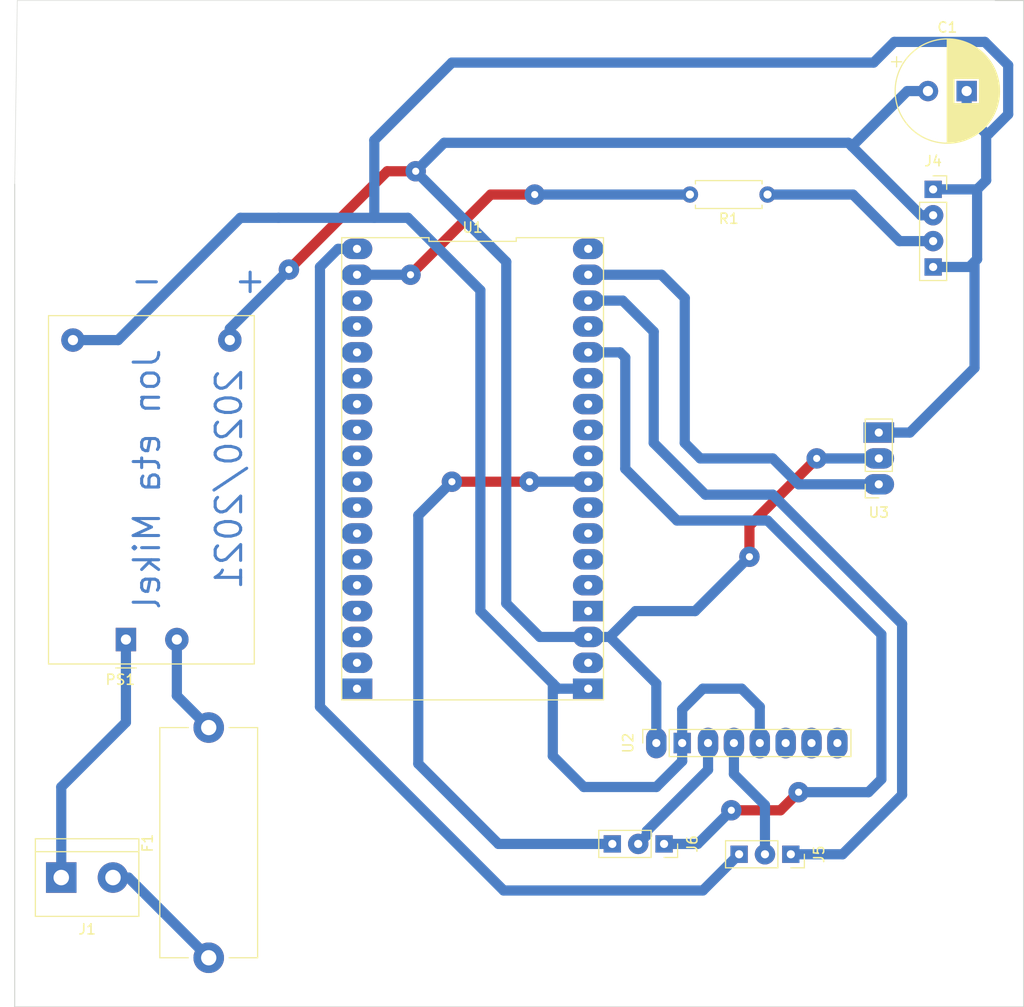
<source format=kicad_pcb>
(kicad_pcb (version 20171130) (host pcbnew "(5.1.6)-1")

  (general
    (thickness 1.6)
    (drawings 9)
    (tracks 140)
    (zones 0)
    (modules 11)
    (nets 46)
  )

  (page A4)
  (layers
    (0 F.Cu signal)
    (31 B.Cu signal)
    (32 B.Adhes user)
    (33 F.Adhes user)
    (34 B.Paste user)
    (35 F.Paste user)
    (36 B.SilkS user)
    (37 F.SilkS user)
    (38 B.Mask user)
    (39 F.Mask user)
    (40 Dwgs.User user)
    (41 Cmts.User user)
    (42 Eco1.User user)
    (43 Eco2.User user)
    (44 Edge.Cuts user)
    (45 Margin user)
    (46 B.CrtYd user)
    (47 F.CrtYd user)
    (48 B.Fab user)
    (49 F.Fab user)
  )

  (setup
    (last_trace_width 1)
    (trace_clearance 0.2)
    (zone_clearance 0.508)
    (zone_45_only no)
    (trace_min 0.2)
    (via_size 0.8)
    (via_drill 0.4)
    (via_min_size 0.4)
    (via_min_drill 0.3)
    (uvia_size 0.3)
    (uvia_drill 0.1)
    (uvias_allowed no)
    (uvia_min_size 0.2)
    (uvia_min_drill 0.1)
    (edge_width 0.05)
    (segment_width 0.2)
    (pcb_text_width 0.3)
    (pcb_text_size 1.5 1.5)
    (mod_edge_width 0.12)
    (mod_text_size 1 1)
    (mod_text_width 0.15)
    (pad_size 2 1.7)
    (pad_drill 0.8)
    (pad_to_mask_clearance 0.05)
    (aux_axis_origin 0 0)
    (visible_elements 7FFFFFFF)
    (pcbplotparams
      (layerselection 0x01000_fffffffe)
      (usegerberextensions false)
      (usegerberattributes true)
      (usegerberadvancedattributes true)
      (creategerberjobfile true)
      (excludeedgelayer true)
      (linewidth 0.100000)
      (plotframeref false)
      (viasonmask false)
      (mode 1)
      (useauxorigin false)
      (hpglpennumber 1)
      (hpglpenspeed 20)
      (hpglpendiameter 15.000000)
      (psnegative false)
      (psa4output false)
      (plotreference true)
      (plotvalue true)
      (plotinvisibletext false)
      (padsonsilk false)
      (subtractmaskfromsilk false)
      (outputformat 1)
      (mirror false)
      (drillshape 0)
      (scaleselection 1)
      (outputdirectory "Kicad_Bukaerako_Erronka_V1/"))
  )

  (net 0 "")
  (net 1 "Net-(U2-Pad8)")
  (net 2 GND)
  (net 3 3V3)
  (net 4 "Net-(U2-Pad7)")
  (net 5 "Net-(U2-Pad6)")
  (net 6 "Net-(U1-Pad17)")
  (net 7 "Net-(U1-Pad20)")
  (net 8 "Net-(U1-Pad15)")
  (net 9 "Net-(U1-Pad22)")
  (net 10 "Net-(U1-Pad14)")
  (net 11 "Net-(U1-Pad23)")
  (net 12 "Net-(U1-Pad13)")
  (net 13 "Net-(U1-Pad24)")
  (net 14 "Net-(U1-Pad12)")
  (net 15 "Net-(U1-Pad25)")
  (net 16 "Net-(U1-Pad11)")
  (net 17 "Net-(U1-Pad26)")
  (net 18 "Net-(U1-Pad9)")
  (net 19 "Net-(U1-Pad28)")
  (net 20 "Net-(U1-Pad8)")
  (net 21 "Net-(U1-Pad29)")
  (net 22 "Net-(U1-Pad7)")
  (net 23 "Net-(U1-Pad30)")
  (net 24 "Net-(U1-Pad6)")
  (net 25 "Net-(U1-Pad31)")
  (net 26 "Net-(U1-Pad5)")
  (net 27 "Net-(U1-Pad4)")
  (net 28 "Net-(U1-Pad33)")
  (net 29 "Net-(U1-Pad3)")
  (net 30 "Net-(U1-Pad36)")
  (net 31 "Net-(U1-Pad18)")
  (net 32 "Net-(U1-Pad16)")
  (net 33 "Net-(J1-Pad2)")
  (net 34 4)
  (net 35 15)
  (net 36 22)
  (net 37 21)
  (net 38 17)
  (net 39 "Net-(J4-Pad3)")
  (net 40 SDA)
  (net 41 SCL)
  (net 42 "Net-(F1-Pad2)")
  (net 43 "Net-(F1-Pad1)")
  (net 44 "Net-(U1-Pad10)")
  (net 45 13)

  (net_class Default "This is the default net class."
    (clearance 0.2)
    (trace_width 1)
    (via_dia 0.8)
    (via_drill 0.4)
    (uvia_dia 0.3)
    (uvia_drill 0.1)
    (add_net 13)
    (add_net 15)
    (add_net 17)
    (add_net 21)
    (add_net 22)
    (add_net 3V3)
    (add_net 4)
    (add_net GND)
    (add_net "Net-(F1-Pad1)")
    (add_net "Net-(F1-Pad2)")
    (add_net "Net-(J1-Pad2)")
    (add_net "Net-(J4-Pad3)")
    (add_net "Net-(U1-Pad10)")
    (add_net "Net-(U1-Pad11)")
    (add_net "Net-(U1-Pad12)")
    (add_net "Net-(U1-Pad13)")
    (add_net "Net-(U1-Pad14)")
    (add_net "Net-(U1-Pad15)")
    (add_net "Net-(U1-Pad16)")
    (add_net "Net-(U1-Pad17)")
    (add_net "Net-(U1-Pad18)")
    (add_net "Net-(U1-Pad20)")
    (add_net "Net-(U1-Pad22)")
    (add_net "Net-(U1-Pad23)")
    (add_net "Net-(U1-Pad24)")
    (add_net "Net-(U1-Pad25)")
    (add_net "Net-(U1-Pad26)")
    (add_net "Net-(U1-Pad28)")
    (add_net "Net-(U1-Pad29)")
    (add_net "Net-(U1-Pad3)")
    (add_net "Net-(U1-Pad30)")
    (add_net "Net-(U1-Pad31)")
    (add_net "Net-(U1-Pad33)")
    (add_net "Net-(U1-Pad36)")
    (add_net "Net-(U1-Pad4)")
    (add_net "Net-(U1-Pad5)")
    (add_net "Net-(U1-Pad6)")
    (add_net "Net-(U1-Pad7)")
    (add_net "Net-(U1-Pad8)")
    (add_net "Net-(U1-Pad9)")
    (add_net "Net-(U2-Pad6)")
    (add_net "Net-(U2-Pad7)")
    (add_net "Net-(U2-Pad8)")
    (add_net SCL)
    (add_net SDA)
  )

  (module Converter_ACDC:Converter_ACDC_HiLink_HLK-PMxx (layer F.Cu) (tedit 5C1AC1CD) (tstamp 603D29D9)
    (at 115.062 108.712 90)
    (descr "ACDC-Converter, 3W, HiLink, HLK-PMxx, THT, http://www.hlktech.net/product_detail.php?ProId=54")
    (tags "ACDC-Converter 3W THT HiLink board mount module")
    (path /6042DD28)
    (fp_text reference PS1 (at -3.94 -0.55) (layer F.SilkS)
      (effects (font (size 1 1) (thickness 0.15)))
    )
    (fp_text value HLK-PM03 (at 15.79 13.85 90) (layer F.Fab)
      (effects (font (size 1 1) (thickness 0.15)))
    )
    (fp_line (start -2.3 12.5) (end 31.7 12.5) (layer F.Fab) (width 0.1))
    (fp_line (start 31.7 12.5) (end 31.7 -7.5) (layer F.Fab) (width 0.1))
    (fp_line (start -2.3 12.5) (end -2.3 0.99) (layer F.Fab) (width 0.1))
    (fp_line (start -2.3 -7.5) (end 31.7 -7.5) (layer F.Fab) (width 0.1))
    (fp_line (start -1.29 0) (end -2.29 1) (layer F.Fab) (width 0.1))
    (fp_line (start -2.29 -1) (end -1.29 0) (layer F.Fab) (width 0.1))
    (fp_line (start -2.3 -1) (end -2.3 -7.5) (layer F.Fab) (width 0.1))
    (fp_line (start -2.55 12.75) (end 31.95 12.75) (layer F.CrtYd) (width 0.05))
    (fp_line (start 31.95 12.75) (end 31.95 -7.75) (layer F.CrtYd) (width 0.05))
    (fp_line (start 31.95 -7.75) (end -2.55 -7.75) (layer F.CrtYd) (width 0.05))
    (fp_line (start -2.55 -7.75) (end -2.55 12.75) (layer F.CrtYd) (width 0.05))
    (fp_line (start -2.4 -7.6) (end -2.4 12.6) (layer F.SilkS) (width 0.12))
    (fp_line (start -2.4 12.6) (end 31.8 12.6) (layer F.SilkS) (width 0.12))
    (fp_line (start 31.8 12.6) (end 31.8 -7.6) (layer F.SilkS) (width 0.12))
    (fp_line (start 31.8 -7.6) (end -2.4 -7.6) (layer F.SilkS) (width 0.12))
    (fp_line (start -2.79 -1) (end -2.79 1.01) (layer F.SilkS) (width 0.12))
    (fp_text user %R (at 14.68 1.17 90) (layer F.Fab)
      (effects (font (size 1 1) (thickness 0.15)))
    )
    (pad 4 thru_hole circle (at 29.4 10.2 90) (size 2.3 2.3) (drill 1) (layers *.Cu *.Mask)
      (net 3 3V3))
    (pad 2 thru_hole circle (at 0 5 90) (size 2.3 2.3) (drill 1) (layers *.Cu *.Mask)
      (net 42 "Net-(F1-Pad2)"))
    (pad 1 thru_hole rect (at 0 0 90) (size 2.3 2) (drill 1) (layers *.Cu *.Mask)
      (net 33 "Net-(J1-Pad2)"))
    (pad 3 thru_hole circle (at 29.4 -5.2 90) (size 2.3 2.3) (drill 1) (layers *.Cu *.Mask)
      (net 2 GND))
    (model ${KISYS3DMOD}/Converter_ACDC.3dshapes/Converter_ACDC_HiLink_HLK-PMxx.wrl
      (at (xyz 0 0 0))
      (scale (xyz 1 1 1))
      (rotate (xyz 0 0 0))
    )
  )

  (module Fuse:Fuseholder_Cylinder-5x20mm_Stelvio-Kontek_PTF78_Horizontal_Open (layer F.Cu) (tedit 5B7EAE13) (tstamp 603D2912)
    (at 123.19 139.954 90)
    (descr https://www.tme.eu/en/Document/3b48dbe2b9714a62652c97b08fcd464b/PTF78.pdf)
    (tags "Fuseholder horizontal open 5x20 Stelvio-Kontek PTF/78")
    (path /60439041)
    (fp_text reference F1 (at 11.25 -6 90) (layer F.SilkS)
      (effects (font (size 1 1) (thickness 0.15)))
    )
    (fp_text value Fuse (at 13 6 90) (layer F.Fab)
      (effects (font (size 1 1) (thickness 0.15)))
    )
    (fp_line (start 0.1 -4.7) (end 0.1 4.7) (layer F.Fab) (width 0.1))
    (fp_line (start 0.1 4.7) (end 22.5 4.7) (layer F.Fab) (width 0.1))
    (fp_line (start 22.5 4.7) (end 22.5 -4.7) (layer F.Fab) (width 0.1))
    (fp_line (start 22.5 -4.7) (end 0.1 -4.7) (layer F.Fab) (width 0.1))
    (fp_line (start -0.15 4.95) (end -0.15 1.85) (layer F.CrtYd) (width 0.05))
    (fp_line (start 22.6 4.8) (end 22.6 2) (layer F.SilkS) (width 0.12))
    (fp_line (start 22.6 -2) (end 22.6 -4.8) (layer F.SilkS) (width 0.12))
    (fp_line (start 0 -2) (end 0 -4.8) (layer F.SilkS) (width 0.12))
    (fp_line (start 0 -4.8) (end 22.6 -4.8) (layer F.SilkS) (width 0.12))
    (fp_line (start 22.75 4.95) (end -0.15 4.95) (layer F.CrtYd) (width 0.05))
    (fp_line (start -0.15 -4.95) (end 22.75 -4.95) (layer F.CrtYd) (width 0.05))
    (fp_line (start 0 4.8) (end 22.6 4.8) (layer F.SilkS) (width 0.12))
    (fp_line (start -0.15 -1.85) (end -0.15 -4.95) (layer F.CrtYd) (width 0.05))
    (fp_line (start 22.75 -1.85) (end 22.75 -4.95) (layer F.CrtYd) (width 0.05))
    (fp_line (start 22.75 1.85) (end 22.75 4.95) (layer F.CrtYd) (width 0.05))
    (fp_line (start 0 4.8) (end 0 2) (layer F.SilkS) (width 0.12))
    (fp_line (start 22.75 -1.85) (end 23 -1.85) (layer F.CrtYd) (width 0.05))
    (fp_line (start 24.45 0.45) (end 24.45 -0.45) (layer F.CrtYd) (width 0.05))
    (fp_line (start 24.45 -0.45) (end 24.05 -1.25) (layer F.CrtYd) (width 0.05))
    (fp_line (start 24.05 -1.25) (end 23.35 -1.75) (layer F.CrtYd) (width 0.05))
    (fp_line (start 23.35 -1.75) (end 23 -1.85) (layer F.CrtYd) (width 0.05))
    (fp_line (start 22.75 1.85) (end 23 1.85) (layer F.CrtYd) (width 0.05))
    (fp_line (start 23 1.85) (end 23.35 1.75) (layer F.CrtYd) (width 0.05))
    (fp_line (start 23.35 1.75) (end 24.05 1.25) (layer F.CrtYd) (width 0.05))
    (fp_line (start 24.05 1.25) (end 24.45 0.45) (layer F.CrtYd) (width 0.05))
    (fp_line (start -0.15 -1.85) (end -0.4 -1.85) (layer F.CrtYd) (width 0.05))
    (fp_line (start -0.4 -1.85) (end -0.75 -1.75) (layer F.CrtYd) (width 0.05))
    (fp_line (start -0.75 -1.75) (end -1.45 -1.25) (layer F.CrtYd) (width 0.05))
    (fp_line (start -1.85 -0.45) (end -1.85 0.45) (layer F.CrtYd) (width 0.05))
    (fp_line (start -1.45 1.25) (end -0.75 1.75) (layer F.CrtYd) (width 0.05))
    (fp_line (start -0.75 1.75) (end -0.4 1.85) (layer F.CrtYd) (width 0.05))
    (fp_line (start -0.4 1.85) (end -0.15 1.85) (layer F.CrtYd) (width 0.05))
    (fp_line (start -1.45 1.25) (end -1.85 0.45) (layer F.CrtYd) (width 0.05))
    (fp_line (start -1.85 -0.45) (end -1.45 -1.25) (layer F.CrtYd) (width 0.05))
    (fp_text user %R (at 11.25 4 90) (layer F.Fab)
      (effects (font (size 1 1) (thickness 0.15)))
    )
    (pad 2 thru_hole circle (at 22.6 0 90) (size 3 3) (drill 1.5) (layers *.Cu *.Mask)
      (net 42 "Net-(F1-Pad2)"))
    (pad 1 thru_hole circle (at 0 0 90) (size 3 3) (drill 1.5) (layers *.Cu *.Mask)
      (net 43 "Net-(F1-Pad1)"))
    (model ${KISYS3DMOD}/Fuse.3dshapes/Fuseholder_Cylinder-5x20mm_Stelvio-Kontek_PTF78_Horizontal_Open.wrl
      (at (xyz 0 0 0))
      (scale (xyz 1 1 1))
      (rotate (xyz 0 0 0))
    )
  )

  (module Connector_PinSocket_2.54mm:PinSocket_1x03_P2.54mm_Vertical (layer F.Cu) (tedit 5A19A429) (tstamp 603D1A5D)
    (at 167.894 128.778 270)
    (descr "Through hole straight socket strip, 1x03, 2.54mm pitch, single row (from Kicad 4.0.7), script generated")
    (tags "Through hole socket strip THT 1x03 2.54mm single row")
    (path /60402789)
    (fp_text reference J6 (at 0 -2.77 90) (layer F.SilkS)
      (effects (font (size 1 1) (thickness 0.15)))
    )
    (fp_text value Connector_Generic_Conn_01x03 (at 0 7.85 90) (layer F.Fab)
      (effects (font (size 1 1) (thickness 0.15)))
    )
    (fp_line (start -1.27 -1.27) (end 0.635 -1.27) (layer F.Fab) (width 0.1))
    (fp_line (start 0.635 -1.27) (end 1.27 -0.635) (layer F.Fab) (width 0.1))
    (fp_line (start 1.27 -0.635) (end 1.27 6.35) (layer F.Fab) (width 0.1))
    (fp_line (start 1.27 6.35) (end -1.27 6.35) (layer F.Fab) (width 0.1))
    (fp_line (start -1.27 6.35) (end -1.27 -1.27) (layer F.Fab) (width 0.1))
    (fp_line (start -1.33 1.27) (end 1.33 1.27) (layer F.SilkS) (width 0.12))
    (fp_line (start -1.33 1.27) (end -1.33 6.41) (layer F.SilkS) (width 0.12))
    (fp_line (start -1.33 6.41) (end 1.33 6.41) (layer F.SilkS) (width 0.12))
    (fp_line (start 1.33 1.27) (end 1.33 6.41) (layer F.SilkS) (width 0.12))
    (fp_line (start 1.33 -1.33) (end 1.33 0) (layer F.SilkS) (width 0.12))
    (fp_line (start 0 -1.33) (end 1.33 -1.33) (layer F.SilkS) (width 0.12))
    (fp_line (start -1.8 -1.8) (end 1.75 -1.8) (layer F.CrtYd) (width 0.05))
    (fp_line (start 1.75 -1.8) (end 1.75 6.85) (layer F.CrtYd) (width 0.05))
    (fp_line (start 1.75 6.85) (end -1.8 6.85) (layer F.CrtYd) (width 0.05))
    (fp_line (start -1.8 6.85) (end -1.8 -1.8) (layer F.CrtYd) (width 0.05))
    (fp_text user %R (at 0 2.54) (layer F.Fab)
      (effects (font (size 1 1) (thickness 0.15)))
    )
    (pad 3 thru_hole rect (at 0 5.08 270) (size 1.7 1.7) (drill 0.8) (layers *.Cu *.Mask)
      (net 36 22))
    (pad 2 thru_hole oval (at 0 2.54 270) (size 2 2) (drill 0.8) (layers *.Cu *.Mask)
      (net 41 SCL))
    (pad 1 thru_hole rect (at 0 0 270) (size 1.7 1.7) (drill 0.8) (layers *.Cu *.Mask)
      (net 35 15))
    (model ${KISYS3DMOD}/Connector_PinSocket_2.54mm.3dshapes/PinSocket_1x03_P2.54mm_Vertical.wrl
      (at (xyz 0 0 0))
      (scale (xyz 1 1 1))
      (rotate (xyz 0 0 0))
    )
  )

  (module Capacitor_THT:CP_Radial_D10.0mm_P3.80mm (layer F.Cu) (tedit 603CD496) (tstamp 603D0F56)
    (at 193.802 54.864)
    (descr "CP, Radial series, Radial, pin pitch=3.80mm, , diameter=10mm, Electrolytic Capacitor")
    (tags "CP Radial series Radial pin pitch 3.80mm  diameter 10mm Electrolytic Capacitor")
    (path /603ECDA2)
    (fp_text reference C1 (at 1.9 -6.25) (layer F.SilkS)
      (effects (font (size 1 1) (thickness 0.15)))
    )
    (fp_text value CP (at 1.9 6.25) (layer F.Fab)
      (effects (font (size 1 1) (thickness 0.15)))
    )
    (fp_circle (center 1.9 0) (end 6.9 0) (layer F.Fab) (width 0.1))
    (fp_circle (center 1.9 0) (end 7.02 0) (layer F.SilkS) (width 0.12))
    (fp_circle (center 1.9 0) (end 7.15 0) (layer F.CrtYd) (width 0.05))
    (fp_line (start -2.388861 -2.1875) (end -1.388861 -2.1875) (layer F.Fab) (width 0.1))
    (fp_line (start -1.888861 -2.6875) (end -1.888861 -1.6875) (layer F.Fab) (width 0.1))
    (fp_line (start 1.9 -5.08) (end 1.9 5.08) (layer F.SilkS) (width 0.12))
    (fp_line (start 1.94 -5.08) (end 1.94 5.08) (layer F.SilkS) (width 0.12))
    (fp_line (start 1.98 -5.08) (end 1.98 5.08) (layer F.SilkS) (width 0.12))
    (fp_line (start 2.02 -5.079) (end 2.02 5.079) (layer F.SilkS) (width 0.12))
    (fp_line (start 2.06 -5.078) (end 2.06 5.078) (layer F.SilkS) (width 0.12))
    (fp_line (start 2.1 -5.077) (end 2.1 5.077) (layer F.SilkS) (width 0.12))
    (fp_line (start 2.14 -5.075) (end 2.14 5.075) (layer F.SilkS) (width 0.12))
    (fp_line (start 2.18 -5.073) (end 2.18 5.073) (layer F.SilkS) (width 0.12))
    (fp_line (start 2.22 -5.07) (end 2.22 5.07) (layer F.SilkS) (width 0.12))
    (fp_line (start 2.26 -5.068) (end 2.26 5.068) (layer F.SilkS) (width 0.12))
    (fp_line (start 2.3 -5.065) (end 2.3 5.065) (layer F.SilkS) (width 0.12))
    (fp_line (start 2.34 -5.062) (end 2.34 5.062) (layer F.SilkS) (width 0.12))
    (fp_line (start 2.38 -5.058) (end 2.38 5.058) (layer F.SilkS) (width 0.12))
    (fp_line (start 2.42 -5.054) (end 2.42 5.054) (layer F.SilkS) (width 0.12))
    (fp_line (start 2.46 -5.05) (end 2.46 5.05) (layer F.SilkS) (width 0.12))
    (fp_line (start 2.5 -5.045) (end 2.5 5.045) (layer F.SilkS) (width 0.12))
    (fp_line (start 2.54 -5.04) (end 2.54 5.04) (layer F.SilkS) (width 0.12))
    (fp_line (start 2.58 -5.035) (end 2.58 -1.241) (layer F.SilkS) (width 0.12))
    (fp_line (start 2.58 1.241) (end 2.58 5.035) (layer F.SilkS) (width 0.12))
    (fp_line (start 2.621 -5.03) (end 2.621 -1.241) (layer F.SilkS) (width 0.12))
    (fp_line (start 2.621 1.241) (end 2.621 5.03) (layer F.SilkS) (width 0.12))
    (fp_line (start 2.661 -5.024) (end 2.661 -1.241) (layer F.SilkS) (width 0.12))
    (fp_line (start 2.661 1.241) (end 2.661 5.024) (layer F.SilkS) (width 0.12))
    (fp_line (start 2.701 -5.018) (end 2.701 -1.241) (layer F.SilkS) (width 0.12))
    (fp_line (start 2.701 1.241) (end 2.701 5.018) (layer F.SilkS) (width 0.12))
    (fp_line (start 2.741 -5.011) (end 2.741 -1.241) (layer F.SilkS) (width 0.12))
    (fp_line (start 2.741 1.241) (end 2.741 5.011) (layer F.SilkS) (width 0.12))
    (fp_line (start 2.781 -5.004) (end 2.781 -1.241) (layer F.SilkS) (width 0.12))
    (fp_line (start 2.781 1.241) (end 2.781 5.004) (layer F.SilkS) (width 0.12))
    (fp_line (start 2.821 -4.997) (end 2.821 -1.241) (layer F.SilkS) (width 0.12))
    (fp_line (start 2.821 1.241) (end 2.821 4.997) (layer F.SilkS) (width 0.12))
    (fp_line (start 2.861 -4.99) (end 2.861 -1.241) (layer F.SilkS) (width 0.12))
    (fp_line (start 2.861 1.241) (end 2.861 4.99) (layer F.SilkS) (width 0.12))
    (fp_line (start 2.901 -4.982) (end 2.901 -1.241) (layer F.SilkS) (width 0.12))
    (fp_line (start 2.901 1.241) (end 2.901 4.982) (layer F.SilkS) (width 0.12))
    (fp_line (start 2.941 -4.974) (end 2.941 -1.241) (layer F.SilkS) (width 0.12))
    (fp_line (start 2.941 1.241) (end 2.941 4.974) (layer F.SilkS) (width 0.12))
    (fp_line (start 2.981 -4.965) (end 2.981 -1.241) (layer F.SilkS) (width 0.12))
    (fp_line (start 2.981 1.241) (end 2.981 4.965) (layer F.SilkS) (width 0.12))
    (fp_line (start 3.021 -4.956) (end 3.021 -1.241) (layer F.SilkS) (width 0.12))
    (fp_line (start 3.021 1.241) (end 3.021 4.956) (layer F.SilkS) (width 0.12))
    (fp_line (start 3.061 -4.947) (end 3.061 -1.241) (layer F.SilkS) (width 0.12))
    (fp_line (start 3.061 1.241) (end 3.061 4.947) (layer F.SilkS) (width 0.12))
    (fp_line (start 3.101 -4.938) (end 3.101 -1.241) (layer F.SilkS) (width 0.12))
    (fp_line (start 3.101 1.241) (end 3.101 4.938) (layer F.SilkS) (width 0.12))
    (fp_line (start 3.141 -4.928) (end 3.141 -1.241) (layer F.SilkS) (width 0.12))
    (fp_line (start 3.141 1.241) (end 3.141 4.928) (layer F.SilkS) (width 0.12))
    (fp_line (start 3.181 -4.918) (end 3.181 -1.241) (layer F.SilkS) (width 0.12))
    (fp_line (start 3.181 1.241) (end 3.181 4.918) (layer F.SilkS) (width 0.12))
    (fp_line (start 3.221 -4.907) (end 3.221 -1.241) (layer F.SilkS) (width 0.12))
    (fp_line (start 3.221 1.241) (end 3.221 4.907) (layer F.SilkS) (width 0.12))
    (fp_line (start 3.261 -4.897) (end 3.261 -1.241) (layer F.SilkS) (width 0.12))
    (fp_line (start 3.261 1.241) (end 3.261 4.897) (layer F.SilkS) (width 0.12))
    (fp_line (start 3.301 -4.885) (end 3.301 -1.241) (layer F.SilkS) (width 0.12))
    (fp_line (start 3.301 1.241) (end 3.301 4.885) (layer F.SilkS) (width 0.12))
    (fp_line (start 3.341 -4.874) (end 3.341 -1.241) (layer F.SilkS) (width 0.12))
    (fp_line (start 3.341 1.241) (end 3.341 4.874) (layer F.SilkS) (width 0.12))
    (fp_line (start 3.381 -4.862) (end 3.381 -1.241) (layer F.SilkS) (width 0.12))
    (fp_line (start 3.381 1.241) (end 3.381 4.862) (layer F.SilkS) (width 0.12))
    (fp_line (start 3.421 -4.85) (end 3.421 -1.241) (layer F.SilkS) (width 0.12))
    (fp_line (start 3.421 1.241) (end 3.421 4.85) (layer F.SilkS) (width 0.12))
    (fp_line (start 3.461 -4.837) (end 3.461 -1.241) (layer F.SilkS) (width 0.12))
    (fp_line (start 3.461 1.241) (end 3.461 4.837) (layer F.SilkS) (width 0.12))
    (fp_line (start 3.501 -4.824) (end 3.501 -1.241) (layer F.SilkS) (width 0.12))
    (fp_line (start 3.501 1.241) (end 3.501 4.824) (layer F.SilkS) (width 0.12))
    (fp_line (start 3.541 -4.811) (end 3.541 -1.241) (layer F.SilkS) (width 0.12))
    (fp_line (start 3.541 1.241) (end 3.541 4.811) (layer F.SilkS) (width 0.12))
    (fp_line (start 3.581 -4.797) (end 3.581 -1.241) (layer F.SilkS) (width 0.12))
    (fp_line (start 3.581 1.241) (end 3.581 4.797) (layer F.SilkS) (width 0.12))
    (fp_line (start 3.621 -4.783) (end 3.621 -1.241) (layer F.SilkS) (width 0.12))
    (fp_line (start 3.621 1.241) (end 3.621 4.783) (layer F.SilkS) (width 0.12))
    (fp_line (start 3.661 -4.768) (end 3.661 -1.241) (layer F.SilkS) (width 0.12))
    (fp_line (start 3.661 1.241) (end 3.661 4.768) (layer F.SilkS) (width 0.12))
    (fp_line (start 3.701 -4.754) (end 3.701 -1.241) (layer F.SilkS) (width 0.12))
    (fp_line (start 3.701 1.241) (end 3.701 4.754) (layer F.SilkS) (width 0.12))
    (fp_line (start 3.741 -4.738) (end 3.741 -1.241) (layer F.SilkS) (width 0.12))
    (fp_line (start 3.741 1.241) (end 3.741 4.738) (layer F.SilkS) (width 0.12))
    (fp_line (start 3.781 -4.723) (end 3.781 -1.241) (layer F.SilkS) (width 0.12))
    (fp_line (start 3.781 1.241) (end 3.781 4.723) (layer F.SilkS) (width 0.12))
    (fp_line (start 3.821 -4.707) (end 3.821 -1.241) (layer F.SilkS) (width 0.12))
    (fp_line (start 3.821 1.241) (end 3.821 4.707) (layer F.SilkS) (width 0.12))
    (fp_line (start 3.861 -4.69) (end 3.861 -1.241) (layer F.SilkS) (width 0.12))
    (fp_line (start 3.861 1.241) (end 3.861 4.69) (layer F.SilkS) (width 0.12))
    (fp_line (start 3.901 -4.674) (end 3.901 -1.241) (layer F.SilkS) (width 0.12))
    (fp_line (start 3.901 1.241) (end 3.901 4.674) (layer F.SilkS) (width 0.12))
    (fp_line (start 3.941 -4.657) (end 3.941 -1.241) (layer F.SilkS) (width 0.12))
    (fp_line (start 3.941 1.241) (end 3.941 4.657) (layer F.SilkS) (width 0.12))
    (fp_line (start 3.981 -4.639) (end 3.981 -1.241) (layer F.SilkS) (width 0.12))
    (fp_line (start 3.981 1.241) (end 3.981 4.639) (layer F.SilkS) (width 0.12))
    (fp_line (start 4.021 -4.621) (end 4.021 -1.241) (layer F.SilkS) (width 0.12))
    (fp_line (start 4.021 1.241) (end 4.021 4.621) (layer F.SilkS) (width 0.12))
    (fp_line (start 4.061 -4.603) (end 4.061 -1.241) (layer F.SilkS) (width 0.12))
    (fp_line (start 4.061 1.241) (end 4.061 4.603) (layer F.SilkS) (width 0.12))
    (fp_line (start 4.101 -4.584) (end 4.101 -1.241) (layer F.SilkS) (width 0.12))
    (fp_line (start 4.101 1.241) (end 4.101 4.584) (layer F.SilkS) (width 0.12))
    (fp_line (start 4.141 -4.564) (end 4.141 -1.241) (layer F.SilkS) (width 0.12))
    (fp_line (start 4.141 1.241) (end 4.141 4.564) (layer F.SilkS) (width 0.12))
    (fp_line (start 4.181 -4.545) (end 4.181 -1.241) (layer F.SilkS) (width 0.12))
    (fp_line (start 4.181 1.241) (end 4.181 4.545) (layer F.SilkS) (width 0.12))
    (fp_line (start 4.221 -4.525) (end 4.221 -1.241) (layer F.SilkS) (width 0.12))
    (fp_line (start 4.221 1.241) (end 4.221 4.525) (layer F.SilkS) (width 0.12))
    (fp_line (start 4.261 -4.504) (end 4.261 -1.241) (layer F.SilkS) (width 0.12))
    (fp_line (start 4.261 1.241) (end 4.261 4.504) (layer F.SilkS) (width 0.12))
    (fp_line (start 4.301 -4.483) (end 4.301 -1.241) (layer F.SilkS) (width 0.12))
    (fp_line (start 4.301 1.241) (end 4.301 4.483) (layer F.SilkS) (width 0.12))
    (fp_line (start 4.341 -4.462) (end 4.341 -1.241) (layer F.SilkS) (width 0.12))
    (fp_line (start 4.341 1.241) (end 4.341 4.462) (layer F.SilkS) (width 0.12))
    (fp_line (start 4.381 -4.44) (end 4.381 -1.241) (layer F.SilkS) (width 0.12))
    (fp_line (start 4.381 1.241) (end 4.381 4.44) (layer F.SilkS) (width 0.12))
    (fp_line (start 4.421 -4.417) (end 4.421 -1.241) (layer F.SilkS) (width 0.12))
    (fp_line (start 4.421 1.241) (end 4.421 4.417) (layer F.SilkS) (width 0.12))
    (fp_line (start 4.461 -4.395) (end 4.461 -1.241) (layer F.SilkS) (width 0.12))
    (fp_line (start 4.461 1.241) (end 4.461 4.395) (layer F.SilkS) (width 0.12))
    (fp_line (start 4.501 -4.371) (end 4.501 -1.241) (layer F.SilkS) (width 0.12))
    (fp_line (start 4.501 1.241) (end 4.501 4.371) (layer F.SilkS) (width 0.12))
    (fp_line (start 4.541 -4.347) (end 4.541 -1.241) (layer F.SilkS) (width 0.12))
    (fp_line (start 4.541 1.241) (end 4.541 4.347) (layer F.SilkS) (width 0.12))
    (fp_line (start 4.581 -4.323) (end 4.581 -1.241) (layer F.SilkS) (width 0.12))
    (fp_line (start 4.581 1.241) (end 4.581 4.323) (layer F.SilkS) (width 0.12))
    (fp_line (start 4.621 -4.298) (end 4.621 -1.241) (layer F.SilkS) (width 0.12))
    (fp_line (start 4.621 1.241) (end 4.621 4.298) (layer F.SilkS) (width 0.12))
    (fp_line (start 4.661 -4.273) (end 4.661 -1.241) (layer F.SilkS) (width 0.12))
    (fp_line (start 4.661 1.241) (end 4.661 4.273) (layer F.SilkS) (width 0.12))
    (fp_line (start 4.701 -4.247) (end 4.701 -1.241) (layer F.SilkS) (width 0.12))
    (fp_line (start 4.701 1.241) (end 4.701 4.247) (layer F.SilkS) (width 0.12))
    (fp_line (start 4.741 -4.221) (end 4.741 -1.241) (layer F.SilkS) (width 0.12))
    (fp_line (start 4.741 1.241) (end 4.741 4.221) (layer F.SilkS) (width 0.12))
    (fp_line (start 4.781 -4.194) (end 4.781 -1.241) (layer F.SilkS) (width 0.12))
    (fp_line (start 4.781 1.241) (end 4.781 4.194) (layer F.SilkS) (width 0.12))
    (fp_line (start 4.821 -4.166) (end 4.821 -1.241) (layer F.SilkS) (width 0.12))
    (fp_line (start 4.821 1.241) (end 4.821 4.166) (layer F.SilkS) (width 0.12))
    (fp_line (start 4.861 -4.138) (end 4.861 -1.241) (layer F.SilkS) (width 0.12))
    (fp_line (start 4.861 1.241) (end 4.861 4.138) (layer F.SilkS) (width 0.12))
    (fp_line (start 4.901 -4.11) (end 4.901 -1.241) (layer F.SilkS) (width 0.12))
    (fp_line (start 4.901 1.241) (end 4.901 4.11) (layer F.SilkS) (width 0.12))
    (fp_line (start 4.941 -4.08) (end 4.941 -1.241) (layer F.SilkS) (width 0.12))
    (fp_line (start 4.941 1.241) (end 4.941 4.08) (layer F.SilkS) (width 0.12))
    (fp_line (start 4.981 -4.05) (end 4.981 -1.241) (layer F.SilkS) (width 0.12))
    (fp_line (start 4.981 1.241) (end 4.981 4.05) (layer F.SilkS) (width 0.12))
    (fp_line (start 5.021 -4.02) (end 5.021 -1.241) (layer F.SilkS) (width 0.12))
    (fp_line (start 5.021 1.241) (end 5.021 4.02) (layer F.SilkS) (width 0.12))
    (fp_line (start 5.061 -3.989) (end 5.061 3.989) (layer F.SilkS) (width 0.12))
    (fp_line (start 5.101 -3.957) (end 5.101 3.957) (layer F.SilkS) (width 0.12))
    (fp_line (start 5.141 -3.925) (end 5.141 3.925) (layer F.SilkS) (width 0.12))
    (fp_line (start 5.181 -3.892) (end 5.181 3.892) (layer F.SilkS) (width 0.12))
    (fp_line (start 5.221 -3.858) (end 5.221 3.858) (layer F.SilkS) (width 0.12))
    (fp_line (start 5.261 -3.824) (end 5.261 3.824) (layer F.SilkS) (width 0.12))
    (fp_line (start 5.301 -3.789) (end 5.301 3.789) (layer F.SilkS) (width 0.12))
    (fp_line (start 5.341 -3.753) (end 5.341 3.753) (layer F.SilkS) (width 0.12))
    (fp_line (start 5.381 -3.716) (end 5.381 3.716) (layer F.SilkS) (width 0.12))
    (fp_line (start 5.421 -3.679) (end 5.421 3.679) (layer F.SilkS) (width 0.12))
    (fp_line (start 5.461 -3.64) (end 5.461 3.64) (layer F.SilkS) (width 0.12))
    (fp_line (start 5.501 -3.601) (end 5.501 3.601) (layer F.SilkS) (width 0.12))
    (fp_line (start 5.541 -3.561) (end 5.541 3.561) (layer F.SilkS) (width 0.12))
    (fp_line (start 5.581 -3.52) (end 5.581 3.52) (layer F.SilkS) (width 0.12))
    (fp_line (start 5.621 -3.478) (end 5.621 3.478) (layer F.SilkS) (width 0.12))
    (fp_line (start 5.661 -3.436) (end 5.661 3.436) (layer F.SilkS) (width 0.12))
    (fp_line (start 5.701 -3.392) (end 5.701 3.392) (layer F.SilkS) (width 0.12))
    (fp_line (start 5.741 -3.347) (end 5.741 3.347) (layer F.SilkS) (width 0.12))
    (fp_line (start 5.781 -3.301) (end 5.781 3.301) (layer F.SilkS) (width 0.12))
    (fp_line (start 5.821 -3.254) (end 5.821 3.254) (layer F.SilkS) (width 0.12))
    (fp_line (start 5.861 -3.206) (end 5.861 3.206) (layer F.SilkS) (width 0.12))
    (fp_line (start 5.901 -3.156) (end 5.901 3.156) (layer F.SilkS) (width 0.12))
    (fp_line (start 5.941 -3.106) (end 5.941 3.106) (layer F.SilkS) (width 0.12))
    (fp_line (start 5.981 -3.054) (end 5.981 3.054) (layer F.SilkS) (width 0.12))
    (fp_line (start 6.021 -3) (end 6.021 3) (layer F.SilkS) (width 0.12))
    (fp_line (start 6.061 -2.945) (end 6.061 2.945) (layer F.SilkS) (width 0.12))
    (fp_line (start 6.101 -2.889) (end 6.101 2.889) (layer F.SilkS) (width 0.12))
    (fp_line (start 6.141 -2.83) (end 6.141 2.83) (layer F.SilkS) (width 0.12))
    (fp_line (start 6.181 -2.77) (end 6.181 2.77) (layer F.SilkS) (width 0.12))
    (fp_line (start 6.221 -2.709) (end 6.221 2.709) (layer F.SilkS) (width 0.12))
    (fp_line (start 6.261 -2.645) (end 6.261 2.645) (layer F.SilkS) (width 0.12))
    (fp_line (start 6.301 -2.579) (end 6.301 2.579) (layer F.SilkS) (width 0.12))
    (fp_line (start 6.341 -2.51) (end 6.341 2.51) (layer F.SilkS) (width 0.12))
    (fp_line (start 6.381 -2.439) (end 6.381 2.439) (layer F.SilkS) (width 0.12))
    (fp_line (start 6.421 -2.365) (end 6.421 2.365) (layer F.SilkS) (width 0.12))
    (fp_line (start 6.461 -2.289) (end 6.461 2.289) (layer F.SilkS) (width 0.12))
    (fp_line (start 6.501 -2.209) (end 6.501 2.209) (layer F.SilkS) (width 0.12))
    (fp_line (start 6.541 -2.125) (end 6.541 2.125) (layer F.SilkS) (width 0.12))
    (fp_line (start 6.581 -2.037) (end 6.581 2.037) (layer F.SilkS) (width 0.12))
    (fp_line (start 6.621 -1.944) (end 6.621 1.944) (layer F.SilkS) (width 0.12))
    (fp_line (start 6.661 -1.846) (end 6.661 1.846) (layer F.SilkS) (width 0.12))
    (fp_line (start 6.701 -1.742) (end 6.701 1.742) (layer F.SilkS) (width 0.12))
    (fp_line (start 6.741 -1.63) (end 6.741 1.63) (layer F.SilkS) (width 0.12))
    (fp_line (start 6.781 -1.51) (end 6.781 1.51) (layer F.SilkS) (width 0.12))
    (fp_line (start 6.821 -1.378) (end 6.821 1.378) (layer F.SilkS) (width 0.12))
    (fp_line (start 6.861 -1.23) (end 6.861 1.23) (layer F.SilkS) (width 0.12))
    (fp_line (start 6.901 -1.062) (end 6.901 1.062) (layer F.SilkS) (width 0.12))
    (fp_line (start 6.941 -0.862) (end 6.941 0.862) (layer F.SilkS) (width 0.12))
    (fp_line (start 6.981 -0.599) (end 6.981 0.599) (layer F.SilkS) (width 0.12))
    (fp_line (start -3.579646 -2.875) (end -2.579646 -2.875) (layer F.SilkS) (width 0.12))
    (fp_line (start -3.079646 -3.375) (end -3.079646 -2.375) (layer F.SilkS) (width 0.12))
    (fp_text user %R (at 1.9 0) (layer F.Fab)
      (effects (font (size 1 1) (thickness 0.15)))
    )
    (pad 2 thru_hole trapezoid (at 3.8 0) (size 2 2) (drill 1) (layers *.Cu *.Mask)
      (net 2 GND))
    (pad 1 thru_hole oval (at 0 0) (size 2 2) (drill 1) (layers *.Cu *.Mask)
      (net 3 3V3))
    (model ${KISYS3DMOD}/Capacitor_THT.3dshapes/CP_Radial_D10.0mm_P3.80mm.wrl
      (at (xyz 0 0 0))
      (scale (xyz 1 1 1))
      (rotate (xyz 0 0 0))
    )
  )

  (module Connector_PinSocket_2.54mm:PinSocket_1x03_P2.54mm_Vertical (layer F.Cu) (tedit 5A19A429) (tstamp 603D0A99)
    (at 180.34 129.794 270)
    (descr "Through hole straight socket strip, 1x03, 2.54mm pitch, single row (from Kicad 4.0.7), script generated")
    (tags "Through hole socket strip THT 1x03 2.54mm single row")
    (path /60400297)
    (fp_text reference J5 (at 0 -2.77 90) (layer F.SilkS)
      (effects (font (size 1 1) (thickness 0.15)))
    )
    (fp_text value Connector_Generic_Conn_01x03 (at 0 7.85 90) (layer F.Fab)
      (effects (font (size 1 1) (thickness 0.15)))
    )
    (fp_line (start -1.27 -1.27) (end 0.635 -1.27) (layer F.Fab) (width 0.1))
    (fp_line (start 0.635 -1.27) (end 1.27 -0.635) (layer F.Fab) (width 0.1))
    (fp_line (start 1.27 -0.635) (end 1.27 6.35) (layer F.Fab) (width 0.1))
    (fp_line (start 1.27 6.35) (end -1.27 6.35) (layer F.Fab) (width 0.1))
    (fp_line (start -1.27 6.35) (end -1.27 -1.27) (layer F.Fab) (width 0.1))
    (fp_line (start -1.33 1.27) (end 1.33 1.27) (layer F.SilkS) (width 0.12))
    (fp_line (start -1.33 1.27) (end -1.33 6.41) (layer F.SilkS) (width 0.12))
    (fp_line (start -1.33 6.41) (end 1.33 6.41) (layer F.SilkS) (width 0.12))
    (fp_line (start 1.33 1.27) (end 1.33 6.41) (layer F.SilkS) (width 0.12))
    (fp_line (start 1.33 -1.33) (end 1.33 0) (layer F.SilkS) (width 0.12))
    (fp_line (start 0 -1.33) (end 1.33 -1.33) (layer F.SilkS) (width 0.12))
    (fp_line (start -1.8 -1.8) (end 1.75 -1.8) (layer F.CrtYd) (width 0.05))
    (fp_line (start 1.75 -1.8) (end 1.75 6.85) (layer F.CrtYd) (width 0.05))
    (fp_line (start 1.75 6.85) (end -1.8 6.85) (layer F.CrtYd) (width 0.05))
    (fp_line (start -1.8 6.85) (end -1.8 -1.8) (layer F.CrtYd) (width 0.05))
    (fp_text user %R (at 0 2.54) (layer F.Fab)
      (effects (font (size 1 1) (thickness 0.15)))
    )
    (pad 3 thru_hole rect (at 0 5.08 270) (size 1.7 1.7) (drill 0.8) (layers *.Cu *.Mask)
      (net 37 21))
    (pad 2 thru_hole oval (at 0 2.54 270) (size 2 2) (drill 0.8) (layers *.Cu *.Mask)
      (net 40 SDA))
    (pad 1 thru_hole rect (at 0 0 270) (size 1.7 1.7) (drill 0.8) (layers *.Cu *.Mask)
      (net 34 4))
    (model ${KISYS3DMOD}/Connector_PinSocket_2.54mm.3dshapes/PinSocket_1x03_P2.54mm_Vertical.wrl
      (at (xyz 0 0 0))
      (scale (xyz 1 1 1))
      (rotate (xyz 0 0 0))
    )
  )

  (module Resistor_THT:R_Axial_DIN0207_L6.3mm_D2.5mm_P7.62mm_Horizontal (layer F.Cu) (tedit 5AE5139B) (tstamp 603CC691)
    (at 178.054 65.024 180)
    (descr "Resistor, Axial_DIN0207 series, Axial, Horizontal, pin pitch=7.62mm, 0.25W = 1/4W, length*diameter=6.3*2.5mm^2, http://cdn-reichelt.de/documents/datenblatt/B400/1_4W%23YAG.pdf")
    (tags "Resistor Axial_DIN0207 series Axial Horizontal pin pitch 7.62mm 0.25W = 1/4W length 6.3mm diameter 2.5mm")
    (path /603F1ACF)
    (fp_text reference R1 (at 3.81 -2.37) (layer F.SilkS)
      (effects (font (size 1 1) (thickness 0.15)))
    )
    (fp_text value 470 (at 3.81 2.37) (layer F.Fab)
      (effects (font (size 1 1) (thickness 0.15)))
    )
    (fp_line (start 0.66 -1.25) (end 0.66 1.25) (layer F.Fab) (width 0.1))
    (fp_line (start 0.66 1.25) (end 6.96 1.25) (layer F.Fab) (width 0.1))
    (fp_line (start 6.96 1.25) (end 6.96 -1.25) (layer F.Fab) (width 0.1))
    (fp_line (start 6.96 -1.25) (end 0.66 -1.25) (layer F.Fab) (width 0.1))
    (fp_line (start 0 0) (end 0.66 0) (layer F.Fab) (width 0.1))
    (fp_line (start 7.62 0) (end 6.96 0) (layer F.Fab) (width 0.1))
    (fp_line (start 0.54 -1.04) (end 0.54 -1.37) (layer F.SilkS) (width 0.12))
    (fp_line (start 0.54 -1.37) (end 7.08 -1.37) (layer F.SilkS) (width 0.12))
    (fp_line (start 7.08 -1.37) (end 7.08 -1.04) (layer F.SilkS) (width 0.12))
    (fp_line (start 0.54 1.04) (end 0.54 1.37) (layer F.SilkS) (width 0.12))
    (fp_line (start 0.54 1.37) (end 7.08 1.37) (layer F.SilkS) (width 0.12))
    (fp_line (start 7.08 1.37) (end 7.08 1.04) (layer F.SilkS) (width 0.12))
    (fp_line (start -1.05 -1.5) (end -1.05 1.5) (layer F.CrtYd) (width 0.05))
    (fp_line (start -1.05 1.5) (end 8.67 1.5) (layer F.CrtYd) (width 0.05))
    (fp_line (start 8.67 1.5) (end 8.67 -1.5) (layer F.CrtYd) (width 0.05))
    (fp_line (start 8.67 -1.5) (end -1.05 -1.5) (layer F.CrtYd) (width 0.05))
    (fp_text user %R (at 3.81 0) (layer F.Fab)
      (effects (font (size 1 1) (thickness 0.15)))
    )
    (pad 2 thru_hole oval (at 7.62 0 180) (size 1.6 1.6) (drill 0.8) (layers *.Cu *.Mask)
      (net 45 13))
    (pad 1 thru_hole circle (at 0 0 180) (size 1.6 1.6) (drill 0.8) (layers *.Cu *.Mask)
      (net 39 "Net-(J4-Pad3)"))
    (model ${KISYS3DMOD}/Resistor_THT.3dshapes/R_Axial_DIN0207_L6.3mm_D2.5mm_P7.62mm_Horizontal.wrl
      (at (xyz 0 0 0))
      (scale (xyz 1 1 1))
      (rotate (xyz 0 0 0))
    )
  )

  (module Connector_PinSocket_2.54mm:PinSocket_1x04_P2.54mm_Vertical (layer F.Cu) (tedit 603CC71A) (tstamp 603CC67A)
    (at 194.31 64.516)
    (descr "Through hole straight socket strip, 1x04, 2.54mm pitch, single row (from Kicad 4.0.7), script generated")
    (tags "Through hole socket strip THT 1x04 2.54mm single row")
    (path /603CB44B)
    (fp_text reference J4 (at 0 -2.77) (layer F.SilkS)
      (effects (font (size 1 1) (thickness 0.15)))
    )
    (fp_text value "Led Neopixel" (at 0 10.39) (layer F.Fab)
      (effects (font (size 1 1) (thickness 0.15)))
    )
    (fp_line (start -1.8 9.4) (end -1.8 -1.8) (layer F.CrtYd) (width 0.05))
    (fp_line (start 1.75 9.4) (end -1.8 9.4) (layer F.CrtYd) (width 0.05))
    (fp_line (start 1.75 -1.8) (end 1.75 9.4) (layer F.CrtYd) (width 0.05))
    (fp_line (start -1.8 -1.8) (end 1.75 -1.8) (layer F.CrtYd) (width 0.05))
    (fp_line (start 0 -1.33) (end 1.33 -1.33) (layer F.SilkS) (width 0.12))
    (fp_line (start 1.33 -1.33) (end 1.33 0) (layer F.SilkS) (width 0.12))
    (fp_line (start 1.33 1.27) (end 1.33 8.95) (layer F.SilkS) (width 0.12))
    (fp_line (start -1.33 8.95) (end 1.33 8.95) (layer F.SilkS) (width 0.12))
    (fp_line (start -1.33 1.27) (end -1.33 8.95) (layer F.SilkS) (width 0.12))
    (fp_line (start -1.33 1.27) (end 1.33 1.27) (layer F.SilkS) (width 0.12))
    (fp_line (start -1.27 8.89) (end -1.27 -1.27) (layer F.Fab) (width 0.1))
    (fp_line (start 1.27 8.89) (end -1.27 8.89) (layer F.Fab) (width 0.1))
    (fp_line (start 1.27 -0.635) (end 1.27 8.89) (layer F.Fab) (width 0.1))
    (fp_line (start 0.635 -1.27) (end 1.27 -0.635) (layer F.Fab) (width 0.1))
    (fp_line (start -1.27 -1.27) (end 0.635 -1.27) (layer F.Fab) (width 0.1))
    (fp_text user %R (at 0 3.81 90) (layer F.Fab)
      (effects (font (size 1 1) (thickness 0.15)))
    )
    (pad 1 thru_hole rect (at 0 0) (size 1.7 1.7) (drill 0.8) (layers *.Cu *.Mask)
      (net 2 GND))
    (pad 2 thru_hole oval (at 0 2.54) (size 2 2) (drill 0.8) (layers *.Cu *.Mask)
      (net 3 3V3))
    (pad 3 thru_hole oval (at 0 5.08) (size 2 2) (drill 0.8) (layers *.Cu *.Mask)
      (net 39 "Net-(J4-Pad3)"))
    (pad 4 thru_hole rect (at 0 7.62) (size 1.7 1.7) (drill 0.8) (layers *.Cu *.Mask)
      (net 2 GND))
    (model ${KISYS3DMOD}/Connector_PinSocket_2.54mm.3dshapes/PinSocket_1x04_P2.54mm_Vertical.wrl
      (at (xyz 0 0 0))
      (scale (xyz 1 1 1))
      (rotate (xyz 0 0 0))
    )
  )

  (module TerminalBlock:TerminalBlock_bornier-2_P5.08mm (layer F.Cu) (tedit 603CDBF8) (tstamp 6037BC81)
    (at 113.792 132.08 180)
    (descr "simple 2-pin terminal block, pitch 5.08mm, revamped version of bornier2")
    (tags "terminal block bornier2")
    (path /6037A76A)
    (fp_text reference J1 (at 2.54 -5.08) (layer F.SilkS)
      (effects (font (size 1 1) (thickness 0.15)))
    )
    (fp_text value Screw_Terminal_01x02 (at 2.54 5.08) (layer F.Fab)
      (effects (font (size 1 1) (thickness 0.15)))
    )
    (fp_line (start -2.41 2.55) (end 7.49 2.55) (layer F.Fab) (width 0.1))
    (fp_line (start -2.46 -3.75) (end -2.46 3.75) (layer F.Fab) (width 0.1))
    (fp_line (start -2.46 3.75) (end 7.54 3.75) (layer F.Fab) (width 0.1))
    (fp_line (start 7.54 3.75) (end 7.54 -3.75) (layer F.Fab) (width 0.1))
    (fp_line (start 7.54 -3.75) (end -2.46 -3.75) (layer F.Fab) (width 0.1))
    (fp_line (start 7.62 2.54) (end -2.54 2.54) (layer F.SilkS) (width 0.12))
    (fp_line (start 7.62 3.81) (end 7.62 -3.81) (layer F.SilkS) (width 0.12))
    (fp_line (start 7.62 -3.81) (end -2.54 -3.81) (layer F.SilkS) (width 0.12))
    (fp_line (start -2.54 -3.81) (end -2.54 3.81) (layer F.SilkS) (width 0.12))
    (fp_line (start -2.54 3.81) (end 7.62 3.81) (layer F.SilkS) (width 0.12))
    (fp_line (start -2.71 -4) (end 7.79 -4) (layer F.CrtYd) (width 0.05))
    (fp_line (start -2.71 -4) (end -2.71 4) (layer F.CrtYd) (width 0.05))
    (fp_line (start 7.79 4) (end 7.79 -4) (layer F.CrtYd) (width 0.05))
    (fp_line (start 7.79 4) (end -2.71 4) (layer F.CrtYd) (width 0.05))
    (fp_text user %R (at 2.54 0) (layer F.Fab)
      (effects (font (size 1 1) (thickness 0.15)))
    )
    (pad 2 thru_hole rect (at 5.08 0 180) (size 3 3) (drill 1.52) (layers *.Cu *.Mask)
      (net 33 "Net-(J1-Pad2)"))
    (pad 1 thru_hole circle (at 0 0 180) (size 3 3) (drill 1.52) (layers *.Cu *.Mask)
      (net 43 "Net-(F1-Pad1)"))
    (model ${KISYS3DMOD}/TerminalBlock.3dshapes/TerminalBlock_bornier-2_P5.08mm.wrl
      (offset (xyz 2.539999961853027 0 0))
      (scale (xyz 1 1 1))
      (rotate (xyz 0 0 0))
    )
  )

  (module ESP_32_444:ESP_32_HONA_V3 (layer F.Cu) (tedit 603765B4) (tstamp 6037B6BE)
    (at 149.098 91.948 270)
    (path /603649B6)
    (fp_text reference U1 (at -23.69 0) (layer F.SilkS)
      (effects (font (size 1 1) (thickness 0.15)))
    )
    (fp_text value ESP-32_HONA_2_ESP-32_HONA_2 (at 0 0 90) (layer F.Fab)
      (effects (font (size 1 1) (thickness 0.15)))
    )
    (fp_line (start -22.69 12.849999) (end 22.69 12.85) (layer F.SilkS) (width 0.12))
    (fp_line (start 22.69 12.85) (end 22.69 -12.849999) (layer F.SilkS) (width 0.12))
    (fp_line (start 22.69 -12.849999) (end -22.69 -12.85) (layer F.SilkS) (width 0.12))
    (fp_line (start -22.69 -12.85) (end -22.69 -4.283333) (layer F.SilkS) (width 0.12))
    (fp_line (start -22.69 -4.283333) (end -22.33 -4.283333) (layer F.SilkS) (width 0.12))
    (fp_line (start -22.33 -4.283333) (end -22.33 4.283333) (layer F.SilkS) (width 0.12))
    (fp_line (start -22.33 4.283333) (end -22.69 4.283333) (layer F.SilkS) (width 0.12))
    (fp_line (start -22.69 4.283333) (end -22.69 12.849999) (layer F.SilkS) (width 0.12))
    (fp_line (start -22.44 -12.6) (end 22.44 -12.6) (layer F.CrtYd) (width 0.05))
    (fp_line (start 22.44 -12.6) (end 22.44 12.6) (layer F.CrtYd) (width 0.05))
    (fp_line (start 22.44 12.6) (end -22.44 12.6) (layer F.CrtYd) (width 0.05))
    (fp_line (start -22.44 12.6) (end -22.44 -12.6) (layer F.CrtYd) (width 0.05))
    (pad 18 thru_hole rect (at 21.59 11.35 270) (size 2 3) (drill 0.8) (layers *.Cu *.Mask)
      (net 31 "Net-(U1-Pad18)"))
    (pad 19 thru_hole rect (at 21.59 -11.35 270) (size 2 3) (drill 0.8) (layers *.Cu *.Mask)
      (net 2 GND))
    (pad 17 thru_hole oval (at 19.05 11.35 270) (size 2 3) (drill 0.8) (layers *.Cu *.Mask)
      (net 6 "Net-(U1-Pad17)"))
    (pad 20 thru_hole oval (at 19.05 -11.35 270) (size 2 3) (drill 0.8) (layers *.Cu *.Mask)
      (net 7 "Net-(U1-Pad20)"))
    (pad 16 thru_hole oval (at 16.51 11.35 270) (size 2 3) (drill 0.8) (layers *.Cu *.Mask)
      (net 32 "Net-(U1-Pad16)"))
    (pad 21 thru_hole oval (at 16.51 -11.35 270) (size 2 3) (drill 0.8) (layers *.Cu *.Mask)
      (net 3 3V3))
    (pad 15 thru_hole oval (at 13.97 11.35 270) (size 2 3) (drill 0.8) (layers *.Cu *.Mask)
      (net 8 "Net-(U1-Pad15)"))
    (pad 22 thru_hole rect (at 13.97 -11.35 270) (size 2 3) (drill 0.8) (layers *.Cu *.Mask)
      (net 9 "Net-(U1-Pad22)"))
    (pad 14 thru_hole oval (at 11.43 11.35 270) (size 2 3) (drill 0.8) (layers *.Cu *.Mask)
      (net 10 "Net-(U1-Pad14)"))
    (pad 23 thru_hole oval (at 11.43 -11.35 270) (size 2 3) (drill 0.8) (layers *.Cu *.Mask)
      (net 11 "Net-(U1-Pad23)"))
    (pad 13 thru_hole oval (at 8.89 11.35 270) (size 2 3) (drill 0.8) (layers *.Cu *.Mask)
      (net 12 "Net-(U1-Pad13)"))
    (pad 24 thru_hole oval (at 8.89 -11.35 270) (size 2 3) (drill 0.8) (layers *.Cu *.Mask)
      (net 13 "Net-(U1-Pad24)"))
    (pad 12 thru_hole oval (at 6.35 11.35 270) (size 2 3) (drill 0.8) (layers *.Cu *.Mask)
      (net 14 "Net-(U1-Pad12)"))
    (pad 25 thru_hole oval (at 6.35 -11.35 270) (size 2 3) (drill 0.8) (layers *.Cu *.Mask)
      (net 15 "Net-(U1-Pad25)"))
    (pad 11 thru_hole oval (at 3.81 11.35 270) (size 2 3) (drill 0.8) (layers *.Cu *.Mask)
      (net 16 "Net-(U1-Pad11)"))
    (pad 26 thru_hole oval (at 3.81 -11.35 270) (size 2 3) (drill 0.8) (layers *.Cu *.Mask)
      (net 17 "Net-(U1-Pad26)"))
    (pad 10 thru_hole oval (at 1.27 11.35 270) (size 2 3) (drill 0.8) (layers *.Cu *.Mask)
      (net 44 "Net-(U1-Pad10)"))
    (pad 27 thru_hole oval (at 1.27 -11.35 270) (size 2 3) (drill 0.8) (layers *.Cu *.Mask)
      (net 36 22))
    (pad 9 thru_hole oval (at -1.27 11.35 270) (size 2 3) (drill 0.8) (layers *.Cu *.Mask)
      (net 18 "Net-(U1-Pad9)"))
    (pad 28 thru_hole oval (at -1.27 -11.35 270) (size 2 3) (drill 0.8) (layers *.Cu *.Mask)
      (net 19 "Net-(U1-Pad28)"))
    (pad 8 thru_hole oval (at -3.81 11.35 270) (size 2 3) (drill 0.8) (layers *.Cu *.Mask)
      (net 20 "Net-(U1-Pad8)"))
    (pad 29 thru_hole oval (at -3.81 -11.35 270) (size 2 3) (drill 0.8) (layers *.Cu *.Mask)
      (net 21 "Net-(U1-Pad29)"))
    (pad 7 thru_hole oval (at -6.35 11.35 270) (size 2 3) (drill 0.8) (layers *.Cu *.Mask)
      (net 22 "Net-(U1-Pad7)"))
    (pad 30 thru_hole oval (at -6.35 -11.35 270) (size 2 3) (drill 0.8) (layers *.Cu *.Mask)
      (net 23 "Net-(U1-Pad30)"))
    (pad 6 thru_hole oval (at -8.89 11.35 270) (size 2 3) (drill 0.8) (layers *.Cu *.Mask)
      (net 24 "Net-(U1-Pad6)"))
    (pad 31 thru_hole oval (at -8.89 -11.35 270) (size 2 3) (drill 0.8) (layers *.Cu *.Mask)
      (net 25 "Net-(U1-Pad31)"))
    (pad 5 thru_hole oval (at -11.43 11.35 270) (size 2 3) (drill 0.8) (layers *.Cu *.Mask)
      (net 26 "Net-(U1-Pad5)"))
    (pad 32 thru_hole oval (at -11.43 -11.35 270) (size 2 3) (drill 0.8) (layers *.Cu *.Mask)
      (net 35 15))
    (pad 4 thru_hole oval (at -13.97 11.35 270) (size 2 3) (drill 0.8) (layers *.Cu *.Mask)
      (net 27 "Net-(U1-Pad4)"))
    (pad 33 thru_hole oval (at -13.97 -11.35 270) (size 2 3) (drill 0.8) (layers *.Cu *.Mask)
      (net 28 "Net-(U1-Pad33)"))
    (pad 3 thru_hole oval (at -16.51 11.35 270) (size 2 3) (drill 0.8) (layers *.Cu *.Mask)
      (net 29 "Net-(U1-Pad3)"))
    (pad 34 thru_hole oval (at -16.51 -11.35 270) (size 2 3) (drill 0.8) (layers *.Cu *.Mask)
      (net 34 4))
    (pad 2 thru_hole oval (at -19.05 11.35 270) (size 2 3) (drill 0.8) (layers *.Cu *.Mask)
      (net 45 13))
    (pad 35 thru_hole oval (at -19.05 -11.35 270) (size 2 3) (drill 0.8) (layers *.Cu *.Mask)
      (net 38 17))
    (pad 1 thru_hole oval (at -21.59 11.35 270) (size 2 3) (drill 0.8) (layers *.Cu *.Mask)
      (net 37 21))
    (pad 36 thru_hole oval (at -21.59 -11.35 270) (size 2 3) (drill 0.8) (layers *.Cu *.Mask)
      (net 30 "Net-(U1-Pad36)"))
  )

  (module Connector_PinSocket_2.54mm:PinSocket_1x03_P2.54mm_Vertical (layer F.Cu) (tedit 603766D3) (tstamp 60365D25)
    (at 188.976 93.472 180)
    (descr "Through hole straight socket strip, 1x03, 2.54mm pitch, single row (from Kicad 4.0.7), script generated")
    (tags "Through hole socket strip THT 1x03 2.54mm single row")
    (path /60360A17)
    (fp_text reference U3 (at 0 -2.77) (layer F.SilkS)
      (effects (font (size 1 1) (thickness 0.15)))
    )
    (fp_text value DHT11 (at 0 7.85) (layer F.Fab)
      (effects (font (size 1 1) (thickness 0.15)))
    )
    (fp_line (start -1.8 6.85) (end -1.8 -1.8) (layer F.CrtYd) (width 0.05))
    (fp_line (start 1.75 6.85) (end -1.8 6.85) (layer F.CrtYd) (width 0.05))
    (fp_line (start 1.75 -1.8) (end 1.75 6.85) (layer F.CrtYd) (width 0.05))
    (fp_line (start -1.8 -1.8) (end 1.75 -1.8) (layer F.CrtYd) (width 0.05))
    (fp_line (start 0 -1.33) (end 1.33 -1.33) (layer F.SilkS) (width 0.12))
    (fp_line (start 1.33 -1.33) (end 1.33 0) (layer F.SilkS) (width 0.12))
    (fp_line (start 1.33 1.27) (end 1.33 6.41) (layer F.SilkS) (width 0.12))
    (fp_line (start -1.33 6.41) (end 1.33 6.41) (layer F.SilkS) (width 0.12))
    (fp_line (start -1.33 1.27) (end -1.33 6.41) (layer F.SilkS) (width 0.12))
    (fp_line (start -1.33 1.27) (end 1.33 1.27) (layer F.SilkS) (width 0.12))
    (fp_line (start -1.27 6.35) (end -1.27 -1.27) (layer F.Fab) (width 0.1))
    (fp_line (start 1.27 6.35) (end -1.27 6.35) (layer F.Fab) (width 0.1))
    (fp_line (start 1.27 -0.635) (end 1.27 6.35) (layer F.Fab) (width 0.1))
    (fp_line (start 0.635 -1.27) (end 1.27 -0.635) (layer F.Fab) (width 0.1))
    (fp_line (start -1.27 -1.27) (end 0.635 -1.27) (layer F.Fab) (width 0.1))
    (fp_text user %R (at 0 2.54 90) (layer F.Fab)
      (effects (font (size 1 1) (thickness 0.15)))
    )
    (pad 3 thru_hole rect (at 0 5.08 180) (size 3 2) (drill 0.8) (layers *.Cu *.Mask)
      (net 2 GND))
    (pad 2 thru_hole oval (at 0 2.54 180) (size 3 2) (drill 0.8) (layers *.Cu *.Mask)
      (net 3 3V3))
    (pad 1 thru_hole oval (at 0 0 180) (size 3 2) (drill 0.8) (layers *.Cu *.Mask)
      (net 38 17))
    (model ${KISYS3DMOD}/Connector_PinSocket_2.54mm.3dshapes/PinSocket_1x03_P2.54mm_Vertical.wrl
      (at (xyz 0 0 0))
      (scale (xyz 1 1 1))
      (rotate (xyz 0 0 0))
    )
  )

  (module Connector_PinSocket_2.54mm:PinSocket_1x08_P2.54mm_Vertical (layer F.Cu) (tedit 603CDF09) (tstamp 60365D0E)
    (at 167.132 118.872 90)
    (descr "Through hole straight socket strip, 1x08, 2.54mm pitch, single row (from Kicad 4.0.7), script generated")
    (tags "Through hole socket strip THT 1x08 2.54mm single row")
    (path /60385ED6)
    (fp_text reference U2 (at 0 -2.77 90) (layer F.SilkS)
      (effects (font (size 1 1) (thickness 0.15)))
    )
    (fp_text value CJMCU-811 (at 0 20.55 90) (layer F.Fab)
      (effects (font (size 1 1) (thickness 0.15)))
    )
    (fp_line (start -1.8 19.55) (end -1.8 -1.8) (layer F.CrtYd) (width 0.05))
    (fp_line (start 1.75 19.55) (end -1.8 19.55) (layer F.CrtYd) (width 0.05))
    (fp_line (start 1.75 -1.8) (end 1.75 19.55) (layer F.CrtYd) (width 0.05))
    (fp_line (start -1.8 -1.8) (end 1.75 -1.8) (layer F.CrtYd) (width 0.05))
    (fp_line (start 0 -1.33) (end 1.33 -1.33) (layer F.SilkS) (width 0.12))
    (fp_line (start 1.33 -1.33) (end 1.33 0) (layer F.SilkS) (width 0.12))
    (fp_line (start 1.33 1.27) (end 1.33 19.11) (layer F.SilkS) (width 0.12))
    (fp_line (start -1.33 19.11) (end 1.33 19.11) (layer F.SilkS) (width 0.12))
    (fp_line (start -1.33 1.27) (end -1.33 19.11) (layer F.SilkS) (width 0.12))
    (fp_line (start -1.33 1.27) (end 1.33 1.27) (layer F.SilkS) (width 0.12))
    (fp_line (start -1.27 19.05) (end -1.27 -1.27) (layer F.Fab) (width 0.1))
    (fp_line (start 1.27 19.05) (end -1.27 19.05) (layer F.Fab) (width 0.1))
    (fp_line (start 1.27 -0.635) (end 1.27 19.05) (layer F.Fab) (width 0.1))
    (fp_line (start 0.635 -1.27) (end 1.27 -0.635) (layer F.Fab) (width 0.1))
    (fp_line (start -1.27 -1.27) (end 0.635 -1.27) (layer F.Fab) (width 0.1))
    (fp_text user %R (at 0 8.89) (layer F.Fab)
      (effects (font (size 1 1) (thickness 0.15)))
    )
    (pad 8 thru_hole oval (at 0 17.78 90) (size 3 2) (drill 0.8) (layers *.Cu *.Mask)
      (net 1 "Net-(U2-Pad8)"))
    (pad 7 thru_hole oval (at 0 15.24 90) (size 3 2) (drill 0.8) (layers *.Cu *.Mask)
      (net 4 "Net-(U2-Pad7)"))
    (pad 6 thru_hole oval (at 0 12.7 90) (size 3 2) (drill 0.8) (layers *.Cu *.Mask)
      (net 5 "Net-(U2-Pad6)"))
    (pad 5 thru_hole oval (at 0 10.16 90) (size 3 2) (drill 0.8) (layers *.Cu *.Mask)
      (net 2 GND))
    (pad 4 thru_hole oval (at 0 7.62 90) (size 3 2) (drill 0.8) (layers *.Cu *.Mask)
      (net 40 SDA))
    (pad 3 thru_hole oval (at 0 5.08 90) (size 3 2) (drill 0.8) (layers *.Cu *.Mask)
      (net 41 SCL))
    (pad 2 thru_hole rect (at 0 2.54 90) (size 2 1.7) (drill 0.8) (layers *.Cu *.Mask)
      (net 2 GND))
    (pad 1 thru_hole oval (at 0 0 90) (size 3 2) (drill 0.8) (layers *.Cu *.Mask)
      (net 3 3V3))
    (model ${KISYS3DMOD}/Connector_PinSocket_2.54mm.3dshapes/PinSocket_1x08_P2.54mm_Vertical.wrl
      (at (xyz 0 0 0))
      (scale (xyz 1 1 1))
      (rotate (xyz 0 0 0))
    )
  )

  (gr_line (start 104.394 45.974) (end 104.14 64.262) (layer Edge.Cuts) (width 0.05))
  (gr_line (start 200.406 45.974) (end 104.394 45.974) (layer Edge.Cuts) (width 0.05))
  (gr_line (start 203.2 45.974) (end 203.2 144.78) (layer Edge.Cuts) (width 0.1))
  (gr_line (start 200.406 45.974) (end 203.2 45.974) (layer Edge.Cuts) (width 0.1))
  (gr_line (start 104.14 144.78) (end 104.14 64.008) (layer Edge.Cuts) (width 0.1))
  (gr_line (start 203.2 144.78) (end 104.14 144.78) (layer Edge.Cuts) (width 0.1))
  (gr_text - (at 117.094 73.406) (layer B.Cu) (tstamp 60378C0F)
    (effects (font (size 2.5 2.5) (thickness 0.3)))
  )
  (gr_text + (at 127.254 73.406) (layer B.Cu) (tstamp 60378C0C)
    (effects (font (size 2.5 2.5) (thickness 0.3)))
  )
  (gr_text "Jon eta Mikel\n\n2020/2021" (at 121.158 92.964 90) (layer B.Cu)
    (effects (font (size 2.5 2.5) (thickness 0.3)) (justify mirror))
  )

  (segment (start 194.31 64.516) (end 198.628 64.516) (width 1) (layer B.Cu) (net 2))
  (segment (start 197.602 54.864) (end 197.602 57.14) (width 1) (layer B.Cu) (net 2))
  (segment (start 197.602 57.14) (end 199.517 59.055) (width 1) (layer B.Cu) (net 2))
  (segment (start 177.038 118.618) (end 177.292 118.872) (width 1) (layer B.Cu) (net 2))
  (segment (start 194.31 72.136) (end 197.866 72.136) (width 1) (layer B.Cu) (net 2))
  (segment (start 199.517 63.627) (end 198.628 64.516) (width 1) (layer B.Cu) (net 2))
  (segment (start 199.517 59.055) (end 199.517 63.627) (width 1) (layer B.Cu) (net 2))
  (segment (start 198.628 64.516) (end 198.628 71.374) (width 1) (layer B.Cu) (net 2))
  (segment (start 188.976 88.392) (end 192.024 88.392) (width 1) (layer B.Cu) (net 2))
  (segment (start 198.374 82.042) (end 198.374 71.628) (width 1) (layer B.Cu) (net 2))
  (segment (start 192.024 88.392) (end 198.374 82.042) (width 1) (layer B.Cu) (net 2))
  (segment (start 198.628 71.374) (end 198.374 71.628) (width 1) (layer B.Cu) (net 2))
  (segment (start 198.374 71.628) (end 197.866 72.136) (width 1) (layer B.Cu) (net 2))
  (segment (start 169.672 118.872) (end 169.672 115.57) (width 1) (layer B.Cu) (net 2))
  (segment (start 169.672 115.57) (end 171.704 113.538) (width 1) (layer B.Cu) (net 2))
  (segment (start 171.704 113.538) (end 175.514 113.538) (width 1) (layer B.Cu) (net 2))
  (segment (start 177.292 115.316) (end 177.292 118.872) (width 1) (layer B.Cu) (net 2))
  (segment (start 175.514 113.538) (end 177.292 115.316) (width 1) (layer B.Cu) (net 2))
  (segment (start 169.672 120.65) (end 169.672 118.872) (width 1) (layer B.Cu) (net 2))
  (segment (start 167.132 123.19) (end 169.672 120.65) (width 1) (layer B.Cu) (net 2))
  (segment (start 160.02 123.19) (end 167.132 123.19) (width 1) (layer B.Cu) (net 2))
  (segment (start 156.972 120.142) (end 160.02 123.19) (width 1) (layer B.Cu) (net 2))
  (segment (start 160.448 113.538) (end 157.48 113.538) (width 1) (layer B.Cu) (net 2))
  (segment (start 156.972 113.03) (end 156.972 120.142) (width 1) (layer B.Cu) (net 2))
  (segment (start 156.972 113.03) (end 149.86 105.918) (width 1) (layer B.Cu) (net 2))
  (segment (start 157.48 113.538) (end 156.972 113.03) (width 1) (layer B.Cu) (net 2))
  (segment (start 130.048 67.31) (end 126.294095 67.31) (width 1) (layer B.Cu) (net 2))
  (segment (start 147.066 52.07) (end 188.468 52.07) (width 1) (layer B.Cu) (net 2))
  (segment (start 199.39 50.038) (end 201.676 52.324) (width 1) (layer B.Cu) (net 2))
  (segment (start 114.292095 79.312) (end 109.862 79.312) (width 1) (layer B.Cu) (net 2))
  (segment (start 126.294095 67.31) (end 114.292095 79.312) (width 1) (layer B.Cu) (net 2))
  (segment (start 139.446 59.69) (end 147.066 52.07) (width 1) (layer B.Cu) (net 2))
  (segment (start 188.468 52.07) (end 190.5 50.038) (width 1) (layer B.Cu) (net 2))
  (segment (start 201.676 57.15) (end 199.771 59.055) (width 1) (layer B.Cu) (net 2))
  (segment (start 190.5 50.038) (end 199.39 50.038) (width 1) (layer B.Cu) (net 2))
  (segment (start 201.676 52.324) (end 201.676 57.15) (width 1) (layer B.Cu) (net 2))
  (segment (start 199.771 59.055) (end 199.517 59.055) (width 1) (layer B.Cu) (net 2))
  (segment (start 139.446 67.31) (end 139.446 59.69) (width 1) (layer B.Cu) (net 2))
  (segment (start 139.446 67.31) (end 130.048 67.31) (width 1) (layer B.Cu) (net 2))
  (segment (start 142.748 67.31) (end 139.446 67.31) (width 1) (layer B.Cu) (net 2))
  (segment (start 149.86 105.918) (end 149.86 74.422) (width 1) (layer B.Cu) (net 2))
  (segment (start 149.86 74.422) (end 142.748 67.31) (width 1) (layer B.Cu) (net 2))
  (via (at 176.276 100.584) (size 2) (drill 0.7) (layers F.Cu B.Cu) (net 3))
  (segment (start 160.448 108.458) (end 162.56 108.458) (width 1) (layer B.Cu) (net 3))
  (segment (start 167.132 113.03) (end 167.132 118.872) (width 1) (layer B.Cu) (net 3))
  (segment (start 162.56 108.458) (end 167.132 113.03) (width 1) (layer B.Cu) (net 3))
  (segment (start 162.56 108.458) (end 165.1 105.918) (width 1) (layer B.Cu) (net 3))
  (segment (start 194.31 67.056) (end 193.107919 67.056) (width 1) (layer B.Cu) (net 3))
  (segment (start 191.77 54.864) (end 186.34296 60.29104) (width 1) (layer B.Cu) (net 3))
  (segment (start 193.107919 67.056) (end 186.34296 60.29104) (width 1) (layer B.Cu) (net 3))
  (segment (start 193.802 54.864) (end 191.77 54.864) (width 1) (layer B.Cu) (net 3))
  (via (at 143.51 62.738) (size 2) (drill 0.7) (layers F.Cu B.Cu) (net 3) (tstamp 603D3B75))
  (via (at 131.064 72.39) (size 2) (drill 0.7) (layers F.Cu B.Cu) (net 3) (tstamp 603D3B78))
  (segment (start 125.262 78.192) (end 131.064 72.39) (width 1) (layer B.Cu) (net 3))
  (segment (start 125.262 79.312) (end 125.262 78.192) (width 1) (layer B.Cu) (net 3))
  (segment (start 185.995919 59.944) (end 186.34296 60.29104) (width 1) (layer B.Cu) (net 3))
  (segment (start 143.51 62.738) (end 146.304 59.944) (width 1) (layer B.Cu) (net 3))
  (segment (start 146.304 59.944) (end 185.995919 59.944) (width 1) (layer B.Cu) (net 3))
  (segment (start 155.702 108.458) (end 160.448 108.458) (width 1) (layer B.Cu) (net 3))
  (segment (start 152.4 105.156) (end 155.702 108.458) (width 1) (layer B.Cu) (net 3))
  (segment (start 143.51 62.738) (end 152.4 71.628) (width 1) (layer B.Cu) (net 3))
  (segment (start 152.4 71.628) (end 152.4 105.156) (width 1) (layer B.Cu) (net 3))
  (segment (start 140.716 62.738) (end 143.51 62.738) (width 1) (layer F.Cu) (net 3))
  (segment (start 131.064 72.39) (end 140.716 62.738) (width 1) (layer F.Cu) (net 3))
  (segment (start 170.942 105.918) (end 176.276 100.584) (width 1) (layer B.Cu) (net 3))
  (segment (start 165.1 105.918) (end 170.942 105.918) (width 1) (layer B.Cu) (net 3))
  (via (at 182.88 90.932) (size 2) (drill 0.7) (layers F.Cu B.Cu) (net 3) (tstamp 6040A3DB))
  (segment (start 176.276 97.536) (end 182.88 90.932) (width 1) (layer F.Cu) (net 3))
  (segment (start 176.276 100.584) (end 176.276 97.536) (width 1) (layer F.Cu) (net 3))
  (segment (start 182.88 90.932) (end 188.976 90.932) (width 1) (layer B.Cu) (net 3))
  (segment (start 115.062 108.712) (end 115.062 116.84) (width 1) (layer B.Cu) (net 33))
  (segment (start 108.712 123.19) (end 108.712 132.08) (width 1) (layer B.Cu) (net 33))
  (segment (start 115.062 116.84) (end 108.712 123.19) (width 1) (layer B.Cu) (net 33))
  (segment (start 185.42 129.794) (end 180.34 129.794) (width 1) (layer B.Cu) (net 34))
  (segment (start 166.878 89.408) (end 171.958 94.488) (width 1) (layer B.Cu) (net 34))
  (segment (start 163.83 75.438) (end 166.878 78.486) (width 1) (layer B.Cu) (net 34))
  (segment (start 160.448 75.438) (end 163.83 75.438) (width 1) (layer B.Cu) (net 34))
  (segment (start 166.878 78.486) (end 166.878 89.408) (width 1) (layer B.Cu) (net 34))
  (segment (start 171.958 94.488) (end 178.562 94.488) (width 1) (layer B.Cu) (net 34))
  (segment (start 178.562 94.488) (end 191.262 107.188) (width 1) (layer B.Cu) (net 34))
  (segment (start 191.262 123.952) (end 185.42 129.794) (width 1) (layer B.Cu) (net 34))
  (segment (start 191.262 107.188) (end 191.262 123.952) (width 1) (layer B.Cu) (net 34))
  (via (at 174.498 125.476) (size 2) (drill 0.7) (layers F.Cu B.Cu) (net 35) (tstamp 603D1BC7))
  (segment (start 163.576 80.518) (end 164.084 81.026) (width 1) (layer B.Cu) (net 35))
  (segment (start 164.084 81.026) (end 164.084 91.948) (width 1) (layer B.Cu) (net 35))
  (segment (start 164.084 91.948) (end 169.164 97.028) (width 1) (layer B.Cu) (net 35))
  (segment (start 160.448 80.518) (end 163.576 80.518) (width 1) (layer B.Cu) (net 35))
  (segment (start 169.164 97.028) (end 178.054 97.028) (width 1) (layer B.Cu) (net 35))
  (via (at 181.102 123.698) (size 2) (drill 0.7) (layers F.Cu B.Cu) (net 35) (tstamp 603D1BCB))
  (segment (start 171.196 128.778) (end 174.498 125.476) (width 1) (layer B.Cu) (net 35))
  (segment (start 167.894 128.778) (end 171.196 128.778) (width 1) (layer B.Cu) (net 35))
  (segment (start 181.102 123.698) (end 187.96 123.698) (width 1) (layer B.Cu) (net 35))
  (segment (start 187.96 123.698) (end 189.23 122.428) (width 1) (layer B.Cu) (net 35))
  (segment (start 189.23 122.428) (end 189.23 108.204) (width 1) (layer B.Cu) (net 35))
  (segment (start 178.054 97.028) (end 183.642 102.616) (width 1) (layer B.Cu) (net 35))
  (segment (start 189.23 108.204) (end 183.642 102.616) (width 1) (layer B.Cu) (net 35))
  (segment (start 183.642 102.616) (end 183.896 102.87) (width 1) (layer B.Cu) (net 35))
  (segment (start 179.324 125.476) (end 181.102 123.698) (width 1) (layer F.Cu) (net 35))
  (segment (start 174.498 125.476) (end 179.324 125.476) (width 1) (layer F.Cu) (net 35))
  (via (at 147.066 93.218) (size 2) (drill 0.7) (layers F.Cu B.Cu) (net 36) (tstamp 603CA445))
  (via (at 154.686 93.218) (size 2) (drill 0.7) (layers F.Cu B.Cu) (net 36) (tstamp 603CA49F))
  (segment (start 143.764 96.52) (end 147.066 93.218) (width 1) (layer B.Cu) (net 36))
  (segment (start 162.814 128.778) (end 151.638 128.778) (width 1) (layer B.Cu) (net 36))
  (segment (start 143.764 120.904) (end 143.764 96.52) (width 1) (layer B.Cu) (net 36))
  (segment (start 151.638 128.778) (end 143.764 120.904) (width 1) (layer B.Cu) (net 36))
  (segment (start 154.686 93.218) (end 160.448 93.218) (width 1) (layer B.Cu) (net 36))
  (segment (start 147.066 93.218) (end 154.686 93.218) (width 1) (layer F.Cu) (net 36))
  (segment (start 137.748 70.358) (end 135.89 70.358) (width 1) (layer B.Cu) (net 37))
  (segment (start 135.89 70.358) (end 134.112 72.136) (width 1) (layer B.Cu) (net 37))
  (segment (start 134.112 72.136) (end 134.112 115.316) (width 1) (layer B.Cu) (net 37))
  (segment (start 134.112 115.316) (end 152.146 133.35) (width 1) (layer B.Cu) (net 37))
  (segment (start 171.704 133.35) (end 175.26 129.794) (width 1) (layer B.Cu) (net 37))
  (segment (start 152.146 133.35) (end 171.704 133.35) (width 1) (layer B.Cu) (net 37))
  (segment (start 178.562 90.932) (end 181.102 93.472) (width 1) (layer B.Cu) (net 38))
  (segment (start 167.64 72.898) (end 169.926 75.184) (width 1) (layer B.Cu) (net 38))
  (segment (start 160.448 72.898) (end 167.64 72.898) (width 1) (layer B.Cu) (net 38))
  (segment (start 169.926 75.184) (end 169.926 89.408) (width 1) (layer B.Cu) (net 38))
  (segment (start 169.926 89.408) (end 171.45 90.932) (width 1) (layer B.Cu) (net 38))
  (segment (start 181.102 93.472) (end 188.976 93.472) (width 1) (layer B.Cu) (net 38))
  (segment (start 171.45 90.932) (end 178.562 90.932) (width 1) (layer B.Cu) (net 38))
  (segment (start 194.31 69.596) (end 191.008 69.596) (width 1) (layer B.Cu) (net 39))
  (segment (start 186.436 65.024) (end 178.054 65.024) (width 1) (layer B.Cu) (net 39))
  (segment (start 191.008 69.596) (end 186.436 65.024) (width 1) (layer B.Cu) (net 39))
  (segment (start 174.752 118.872) (end 174.752 121.92) (width 1) (layer B.Cu) (net 40))
  (segment (start 177.8 124.968) (end 177.8 129.794) (width 1) (layer B.Cu) (net 40))
  (segment (start 174.752 121.92) (end 177.8 124.968) (width 1) (layer B.Cu) (net 40))
  (segment (start 172.212 121.499998) (end 172.212 118.872) (width 1) (layer B.Cu) (net 41))
  (segment (start 165.354 128.778) (end 166.203999 127.928001) (width 1) (layer B.Cu) (net 41))
  (segment (start 166.203999 127.507999) (end 172.212 121.499998) (width 1) (layer B.Cu) (net 41))
  (segment (start 166.203999 127.928001) (end 166.203999 127.507999) (width 1) (layer B.Cu) (net 41))
  (segment (start 120.062 114.226) (end 123.19 117.354) (width 1) (layer B.Cu) (net 42))
  (segment (start 120.062 108.712) (end 120.062 114.226) (width 1) (layer B.Cu) (net 42))
  (segment (start 115.316 132.08) (end 123.19 139.954) (width 1) (layer B.Cu) (net 43))
  (segment (start 113.792 132.08) (end 115.316 132.08) (width 1) (layer B.Cu) (net 43))
  (via (at 155.194 65.024) (size 2) (drill 0.7) (layers F.Cu B.Cu) (net 45) (tstamp 603CCD3B))
  (via (at 143.002 72.898) (size 2) (drill 0.7) (layers F.Cu B.Cu) (net 45) (tstamp 603CCD3D))
  (segment (start 155.194 65.024) (end 170.434 65.024) (width 1) (layer B.Cu) (net 45))
  (segment (start 137.748 72.898) (end 143.002 72.898) (width 1) (layer B.Cu) (net 45))
  (segment (start 143.002 72.898) (end 150.876 65.024) (width 1) (layer F.Cu) (net 45))
  (segment (start 150.876 65.024) (end 155.194 65.024) (width 1) (layer F.Cu) (net 45))

)

</source>
